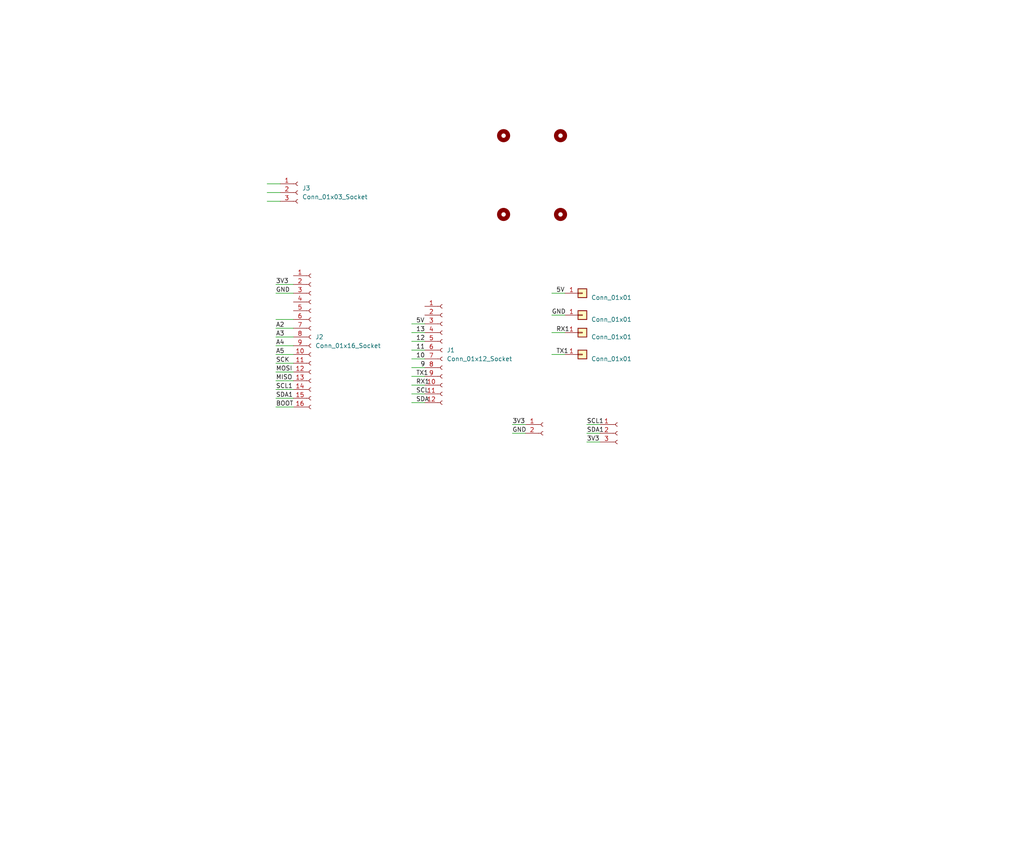
<source format=kicad_sch>
(kicad_sch (version 20250114) (generator "eeschema") (generator_version "9.0")
  (paper "User" 297.002 244.323)
  (lib_symbols
    (symbol "Connector:Conn_01x02_Female" (pin_names (offset 1.016) (hide yes))
      (property "Reference" "J" (at 0 2.54 0))
      (property "Value" "Conn_01x02_Female" (at 0 -5.08 0))
      (symbol "Conn_01x02_Female_1_1"
        (polyline (pts (xy -1.27 0) (xy -0.508 0)) (stroke (width 0.1524)))
        (polyline (pts (xy -1.27 -2.54) (xy -0.508 -2.54)) (stroke (width 0.1524)))
        (arc (start 0 -0.508) (mid -0.5058 0) (end 0 0.508) (stroke (width 0.1524)))
        (arc (start 0 -3.048) (mid -0.5058 -2.54) (end 0 -2.032) (stroke (width 0.1524)))
        (pin passive line (at -5.08 0 0) (length 3.81) (name "Pin_1") (number "1"))
        (pin passive line (at -5.08 -2.54 0) (length 3.81) (name "Pin_2") (number "2"))
      )
    )
    (symbol "Connector:Conn_01x03_Female" (pin_names (offset 1.016) (hide yes))
      (property "Reference" "J" (at 0 5.08 0))
      (property "Value" "Conn_01x03_Female" (at 0 -5.08 0))
      (symbol "Conn_01x03_Female_1_1"
        (polyline (pts (xy -1.27 2.54) (xy -0.508 2.54)) (stroke (width 0.1524)))
        (polyline (pts (xy -1.27 0) (xy -0.508 0)) (stroke (width 0.1524)))
        (polyline (pts (xy -1.27 -2.54) (xy -0.508 -2.54)) (stroke (width 0.1524)))
        (arc (start 0 2.032) (mid -0.5058 2.54) (end 0 3.048) (stroke (width 0.1524)))
        (arc (start 0 -0.508) (mid -0.5058 0) (end 0 0.508) (stroke (width 0.1524)))
        (arc (start 0 -3.048) (mid -0.5058 -2.54) (end 0 -2.032) (stroke (width 0.1524)))
        (pin passive line (at -5.08 2.54 0) (length 3.81) (name "Pin_1") (number "1"))
        (pin passive line (at -5.08 0 0) (length 3.81) (name "Pin_2") (number "2"))
        (pin passive line (at -5.08 -2.54 0) (length 3.81) (name "Pin_3") (number "3"))
      )
    )
    (symbol "Connector:Conn_01x03_Socket" (pin_names (offset 1.016) (hide yes))
      (property "Reference" "J" (at 0 5.08 0))
      (property "Value" "Conn_01x03_Socket" (at 0 -5.08 0))
      (symbol "Conn_01x03_Socket_1_1"
        (polyline (pts (xy -1.27 2.54) (xy -0.508 2.54)) (stroke (width 0.1524)))
        (polyline (pts (xy -1.27 0) (xy -0.508 0)) (stroke (width 0.1524)))
        (polyline (pts (xy -1.27 -2.54) (xy -0.508 -2.54)) (stroke (width 0.1524)))
        (arc (start 0 2.032) (mid -0.5058 2.54) (end 0 3.048) (stroke (width 0.1524)))
        (arc (start 0 -0.508) (mid -0.5058 0) (end 0 0.508) (stroke (width 0.1524)))
        (arc (start 0 -3.048) (mid -0.5058 -2.54) (end 0 -2.032) (stroke (width 0.1524)))
        (pin passive line (at -5.08 2.54 0) (length 3.81) (name "Pin_1") (number "1"))
        (pin passive line (at -5.08 0 0) (length 3.81) (name "Pin_2") (number "2"))
        (pin passive line (at -5.08 -2.54 0) (length 3.81) (name "Pin_3") (number "3"))
      )
    )
    (symbol "Connector:Conn_01x12_Socket" (pin_names (offset 1.016) (hide yes))
      (property "Reference" "J" (at 0 15.24 0))
      (property "Value" "Conn_01x12_Socket" (at 0 -17.78 0))
      (symbol "Conn_01x12_Socket_1_1"
        (polyline (pts (xy -1.27 12.7) (xy -0.508 12.7)) (stroke (width 0.1524)))
        (polyline (pts (xy -1.27 10.16) (xy -0.508 10.16)) (stroke (width 0.1524)))
        (polyline (pts (xy -1.27 7.62) (xy -0.508 7.62)) (stroke (width 0.1524)))
        (polyline (pts (xy -1.27 5.08) (xy -0.508 5.08)) (stroke (width 0.1524)))
        (polyline (pts (xy -1.27 2.54) (xy -0.508 2.54)) (stroke (width 0.1524)))
        (polyline (pts (xy -1.27 0) (xy -0.508 0)) (stroke (width 0.1524)))
        (polyline (pts (xy -1.27 -2.54) (xy -0.508 -2.54)) (stroke (width 0.1524)))
        (polyline (pts (xy -1.27 -5.08) (xy -0.508 -5.08)) (stroke (width 0.1524)))
        (polyline (pts (xy -1.27 -7.62) (xy -0.508 -7.62)) (stroke (width 0.1524)))
        (polyline (pts (xy -1.27 -10.16) (xy -0.508 -10.16)) (stroke (width 0.1524)))
        (polyline (pts (xy -1.27 -12.7) (xy -0.508 -12.7)) (stroke (width 0.1524)))
        (polyline (pts (xy -1.27 -15.24) (xy -0.508 -15.24)) (stroke (width 0.1524)))
        (arc (start 0 12.192) (mid -0.5058 12.7) (end 0 13.208) (stroke (width 0.1524)))
        (arc (start 0 9.652) (mid -0.5058 10.16) (end 0 10.668) (stroke (width 0.1524)))
        (arc (start 0 7.112) (mid -0.5058 7.62) (end 0 8.128) (stroke (width 0.1524)))
        (arc (start 0 4.572) (mid -0.5058 5.08) (end 0 5.588) (stroke (width 0.1524)))
        (arc (start 0 2.032) (mid -0.5058 2.54) (end 0 3.048) (stroke (width 0.1524)))
        (arc (start 0 -0.508) (mid -0.5058 0) (end 0 0.508) (stroke (width 0.1524)))
        (arc (start 0 -3.048) (mid -0.5058 -2.54) (end 0 -2.032) (stroke (width 0.1524)))
        (arc (start 0 -5.588) (mid -0.5058 -5.08) (end 0 -4.572) (stroke (width 0.1524)))
        (arc (start 0 -8.128) (mid -0.5058 -7.62) (end 0 -7.112) (stroke (width 0.1524)))
        (arc (start 0 -10.668) (mid -0.5058 -10.16) (end 0 -9.652) (stroke (width 0.1524)))
        (arc (start 0 -13.208) (mid -0.5058 -12.7) (end 0 -12.192) (stroke (width 0.1524)))
        (arc (start 0 -15.748) (mid -0.5058 -15.24) (end 0 -14.732) (stroke (width 0.1524)))
        (pin passive line (at -5.08 12.7 0) (length 3.81) (name "Pin_1") (number "1"))
        (pin passive line (at -5.08 10.16 0) (length 3.81) (name "Pin_2") (number "2"))
        (pin passive line (at -5.08 7.62 0) (length 3.81) (name "Pin_3") (number "3"))
        (pin passive line (at -5.08 5.08 0) (length 3.81) (name "Pin_4") (number "4"))
        (pin passive line (at -5.08 2.54 0) (length 3.81) (name "Pin_5") (number "5"))
        (pin passive line (at -5.08 0 0) (length 3.81) (name "Pin_6") (number "6"))
        (pin passive line (at -5.08 -2.54 0) (length 3.81) (name "Pin_7") (number "7"))
        (pin passive line (at -5.08 -5.08 0) (length 3.81) (name "Pin_8") (number "8"))
        (pin passive line (at -5.08 -7.62 0) (length 3.81) (name "Pin_9") (number "9"))
        (pin passive line (at -5.08 -10.16 0) (length 3.81) (name "Pin_10") (number "10"))
        (pin passive line (at -5.08 -12.7 0) (length 3.81) (name "Pin_11") (number "11"))
        (pin passive line (at -5.08 -15.24 0) (length 3.81) (name "Pin_12") (number "12"))
      )
    )
    (symbol "Connector:Conn_01x16_Socket" (pin_names (offset 1.016) (hide yes))
      (property "Reference" "J" (at 0 20.32 0))
      (property "Value" "Conn_01x16_Socket" (at 0 -22.86 0))
      (symbol "Conn_01x16_Socket_1_1"
        (polyline (pts (xy -1.27 17.78) (xy -0.508 17.78)) (stroke (width 0.1524)))
        (polyline (pts (xy -1.27 15.24) (xy -0.508 15.24)) (stroke (width 0.1524)))
        (polyline (pts (xy -1.27 12.7) (xy -0.508 12.7)) (stroke (width 0.1524)))
        (polyline (pts (xy -1.27 10.16) (xy -0.508 10.16)) (stroke (width 0.1524)))
        (polyline (pts (xy -1.27 7.62) (xy -0.508 7.62)) (stroke (width 0.1524)))
        (polyline (pts (xy -1.27 5.08) (xy -0.508 5.08)) (stroke (width 0.1524)))
        (polyline (pts (xy -1.27 2.54) (xy -0.508 2.54)) (stroke (width 0.1524)))
        (polyline (pts (xy -1.27 0) (xy -0.508 0)) (stroke (width 0.1524)))
        (polyline (pts (xy -1.27 -2.54) (xy -0.508 -2.54)) (stroke (width 0.1524)))
        (polyline (pts (xy -1.27 -5.08) (xy -0.508 -5.08)) (stroke (width 0.1524)))
        (polyline (pts (xy -1.27 -7.62) (xy -0.508 -7.62)) (stroke (width 0.1524)))
        (polyline (pts (xy -1.27 -10.16) (xy -0.508 -10.16)) (stroke (width 0.1524)))
        (polyline (pts (xy -1.27 -12.7) (xy -0.508 -12.7)) (stroke (width 0.1524)))
        (polyline (pts (xy -1.27 -15.24) (xy -0.508 -15.24)) (stroke (width 0.1524)))
        (polyline (pts (xy -1.27 -17.78) (xy -0.508 -17.78)) (stroke (width 0.1524)))
        (polyline (pts (xy -1.27 -20.32) (xy -0.508 -20.32)) (stroke (width 0.1524)))
        (arc (start 0 17.272) (mid -0.5058 17.78) (end 0 18.288) (stroke (width 0.1524)))
        (arc (start 0 14.732) (mid -0.5058 15.24) (end 0 15.748) (stroke (width 0.1524)))
        (arc (start 0 12.192) (mid -0.5058 12.7) (end 0 13.208) (stroke (width 0.1524)))
        (arc (start 0 9.652) (mid -0.5058 10.16) (end 0 10.668) (stroke (width 0.1524)))
        (arc (start 0 7.112) (mid -0.5058 7.62) (end 0 8.128) (stroke (width 0.1524)))
        (arc (start 0 4.572) (mid -0.5058 5.08) (end 0 5.588) (stroke (width 0.1524)))
        (arc (start 0 2.032) (mid -0.5058 2.54) (end 0 3.048) (stroke (width 0.1524)))
        (arc (start 0 -0.508) (mid -0.5058 0) (end 0 0.508) (stroke (width 0.1524)))
        (arc (start 0 -3.048) (mid -0.5058 -2.54) (end 0 -2.032) (stroke (width 0.1524)))
        (arc (start 0 -5.588) (mid -0.5058 -5.08) (end 0 -4.572) (stroke (width 0.1524)))
        (arc (start 0 -8.128) (mid -0.5058 -7.62) (end 0 -7.112) (stroke (width 0.1524)))
        (arc (start 0 -10.668) (mid -0.5058 -10.16) (end 0 -9.652) (stroke (width 0.1524)))
        (arc (start 0 -13.208) (mid -0.5058 -12.7) (end 0 -12.192) (stroke (width 0.1524)))
        (arc (start 0 -15.748) (mid -0.5058 -15.24) (end 0 -14.732) (stroke (width 0.1524)))
        (arc (start 0 -18.288) (mid -0.5058 -17.78) (end 0 -17.272) (stroke (width 0.1524)))
        (arc (start 0 -20.828) (mid -0.5058 -20.32) (end 0 -19.812) (stroke (width 0.1524)))
        (pin passive line (at -5.08 17.78 0) (length 3.81) (name "Pin_1") (number "1"))
        (pin passive line (at -5.08 15.24 0) (length 3.81) (name "Pin_2") (number "2"))
        (pin passive line (at -5.08 12.7 0) (length 3.81) (name "Pin_3") (number "3"))
        (pin passive line (at -5.08 10.16 0) (length 3.81) (name "Pin_4") (number "4"))
        (pin passive line (at -5.08 7.62 0) (length 3.81) (name "Pin_5") (number "5"))
        (pin passive line (at -5.08 5.08 0) (length 3.81) (name "Pin_6") (number "6"))
        (pin passive line (at -5.08 2.54 0) (length 3.81) (name "Pin_7") (number "7"))
        (pin passive line (at -5.08 0 0) (length 3.81) (name "Pin_8") (number "8"))
        (pin passive line (at -5.08 -2.54 0) (length 3.81) (name "Pin_9") (number "9"))
        (pin passive line (at -5.08 -5.08 0) (length 3.81) (name "Pin_10") (number "10"))
        (pin passive line (at -5.08 -7.62 0) (length 3.81) (name "Pin_11") (number "11"))
        (pin passive line (at -5.08 -10.16 0) (length 3.81) (name "Pin_12") (number "12"))
        (pin passive line (at -5.08 -12.7 0) (length 3.81) (name "Pin_13") (number "13"))
        (pin passive line (at -5.08 -15.24 0) (length 3.81) (name "Pin_14") (number "14"))
        (pin passive line (at -5.08 -17.78 0) (length 3.81) (name "Pin_15") (number "15"))
        (pin passive line (at -5.08 -20.32 0) (length 3.81) (name "Pin_16") (number "16"))
      )
    )
    (symbol "Connector_Generic:Conn_01x01" (pin_names (offset 1.016) (hide yes))
      (property "Reference" "J" (at 0 2.54 0))
      (property "Value" "Conn_01x01" (at 0 -2.54 0))
      (symbol "Conn_01x01_1_1"
        (rectangle (start -1.27 1.27) (end 1.27 -1.27) (stroke (width 0.254)) (fill (type background)))
        (rectangle (start -1.27 0.127) (end 0 -0.127) (stroke (width 0.1524)))
        (pin passive line (at -5.08 0 0) (length 3.81) (name "Pin_1") (number "1"))
      )
    )
    (symbol "Mechanical:MountingHole" (pin_names (offset 1.016))
      (property "Reference" "H" (at 0 5.08 0))
      (property "Value" "MountingHole" (at 0 3.175 0))
      (symbol "MountingHole_0_1"
        (circle (center 0 0) (radius 1.27) (stroke (width 1.27)))
      )
    )
  )
  (wire (pts (xy 80.01 102.87) (xy 85.09 102.87)))
  (wire (pts (xy 77.47 58.42) (xy 81.28 58.42)))
  (wire (pts (xy 80.01 97.79) (xy 85.09 97.79)))
  (wire (pts (xy 119.38 93.98) (xy 123.19 93.98)))
  (wire (pts (xy 119.38 106.68) (xy 123.19 106.68)))
  (wire (pts (xy 80.01 105.41) (xy 85.09 105.41)))
  (wire (pts (xy 80.01 85.09) (xy 85.09 85.09)))
  (wire (pts (xy 148.59 125.73) (xy 152.4 125.73)))
  (wire (pts (xy 160.02 91.44) (xy 163.83 91.44)))
  (wire (pts (xy 80.01 92.71) (xy 85.09 92.71)))
  (wire (pts (xy 160.02 102.87) (xy 163.83 102.87)))
  (wire (pts (xy 77.47 53.34) (xy 81.28 53.34)))
  (wire (pts (xy 80.01 110.49) (xy 85.09 110.49)))
  (wire (pts (xy 119.38 109.22) (xy 123.19 109.22)))
  (wire (pts (xy 80.01 107.95) (xy 85.09 107.95)))
  (wire (pts (xy 80.01 113.03) (xy 85.09 113.03)))
  (wire (pts (xy 160.02 96.52) (xy 163.83 96.52)))
  (wire (pts (xy 148.59 123.19) (xy 152.4 123.19)))
  (wire (pts (xy 80.01 115.57) (xy 85.09 115.57)))
  (wire (pts (xy 80.01 100.33) (xy 85.09 100.33)))
  (wire (pts (xy 170.18 123.19) (xy 173.99 123.19)))
  (wire (pts (xy 119.38 96.52) (xy 123.19 96.52)))
  (wire (pts (xy 170.18 125.73) (xy 173.99 125.73)))
  (wire (pts (xy 119.38 101.6) (xy 123.19 101.6)))
  (wire (pts (xy 119.38 104.14) (xy 123.19 104.14)))
  (wire (pts (xy 119.38 111.76) (xy 123.19 111.76)))
  (wire (pts (xy 80.01 82.55) (xy 85.09 82.55)))
  (wire (pts (xy 77.47 55.88) (xy 81.28 55.88)))
  (wire (pts (xy 119.38 114.3) (xy 123.19 114.3)))
  (wire (pts (xy 160.02 85.09) (xy 163.83 85.09)))
  (wire (pts (xy 170.18 128.27) (xy 173.99 128.27)))
  (wire (pts (xy 119.38 99.06) (xy 123.19 99.06)))
  (wire (pts (xy 80.01 118.11) (xy 85.09 118.11)))
  (wire (pts (xy 80.01 95.25) (xy 85.09 95.25)))
  (wire (pts (xy 119.38 116.84) (xy 123.19 116.84)))
  (label "SCK" (at 80.01 105.41 0))
  (label "SDA" (at 120.65 116.84 0))
  (label "A5" (at 80.01 102.87 0))
  (label "SCL1" (at 80.01 113.03 0))
  (label "3V3" (at 80.01 82.55 0))
  (label "SCL1" (at 170.18 123.19 0))
  (label "5V" (at 161.29 85.09 0))
  (label "MISO" (at 80.01 110.49 0))
  (label "RX1" (at 161.29 96.52 0))
  (label "GND" (at 80.01 85.09 0))
  (label "3V3" (at 148.59 123.19 0))
  (label "A3" (at 80.01 97.79 0))
  (label "3V3" (at 170.18 128.27 0))
  (label "RX1" (at 120.65 111.76 0))
  (label "13" (at 120.65 96.52 0))
  (label "GND" (at 160.02 91.44 0))
  (label "A2" (at 80.01 95.25 0))
  (label "12" (at 120.65 99.06 0))
  (label "A4" (at 80.01 100.33 0))
  (label "SDA1" (at 170.18 125.73 0))
  (label "SCL" (at 120.65 114.3 0))
  (label "TX1" (at 161.29 102.87 0))
  (label "GND" (at 148.59 125.73 0))
  (label "BOOT" (at 80.01 118.11 0))
  (label "SDA1" (at 80.01 115.57 0))
  (label "10" (at 120.65 104.14 0))
  (label "11" (at 120.65 101.6 0))
  (label "MOSI" (at 80.01 107.95 0))
  (label "TX1" (at 120.65 109.22 0))
  (label "5V" (at 120.65 93.98 0))
  (label "9" (at 121.92 106.68 0))
  (symbol (lib_id "Connector_Generic:Conn_01x01") (at 168.91 91.44 0) (unit 1)
    (property "Reference" "GND_PAD18" (effects (hide yes)))
    (property "Value" "Conn_01x01" (at 171.45 92.7099 0) (effects (justify left)))
    (property "Footprint" "Connector_Wire:SolderWirePad_1x01_SMD_5x10mm" (effects (hide yes)))
    (property "Description" "Generic connector, single row, 01x01, script generated (kicad-library-utils/schlib/autogen/connector/)" (effects (hide yes)))
  )
  (symbol (lib_id "Connector:Conn_01x03_Socket") (at 86.36 55.88 0) (unit 1)
    (property "Reference" "J3" (at 87.63 54.6099 0) (effects (justify left)))
    (property "Value" "Conn_01x03_Socket" (at 87.63 57.1499 0) (effects (justify left)))
    (property "Footprint" "Connector_PinSocket_2.54mm:PinSocket_1x03_P2.54mm_Vertical" (effects (hide yes)))
    (property "Description" "Generic connector, single row, 01x03, script generated" (effects (hide yes)))
  )
  (symbol (lib_id "Connector_Generic:Conn_01x01") (at 168.91 102.87 0) (unit 1)
    (property "Reference" "GND_PAD21" (effects (hide yes)))
    (property "Value" "Conn_01x01" (at 171.45 104.1399 0) (effects (justify left)))
    (property "Footprint" "Connector_Wire:SolderWirePad_1x01_SMD_5x10mm" (effects (hide yes)))
    (property "Description" "Generic connector, single row, 01x01, script generated (kicad-library-utils/schlib/autogen/connector/)" (effects (hide yes)))
  )
  (symbol (lib_id "Connector:Conn_01x16_Socket") (at 90.17 97.79 0) (unit 1)
    (property "Reference" "J2" (at 91.44 97.7899 0) (effects (justify left)))
    (property "Value" "Conn_01x16_Socket" (at 91.44 100.3299 0) (effects (justify left)))
    (property "Footprint" "Connector_PinSocket_2.54mm:PinSocket_1x16_P2.54mm_Vertical" (effects (hide yes)))
    (property "Description" "Generic connector, single row, 01x16, script generated" (effects (hide yes)))
  )
  (symbol (lib_id "Connector_Generic:Conn_01x01") (at 168.91 96.52 0) (unit 1)
    (property "Reference" "GND_PAD20" (effects (hide yes)))
    (property "Value" "Conn_01x01" (at 171.45 97.7899 0) (effects (justify left)))
    (property "Footprint" "Connector_Wire:SolderWirePad_1x01_SMD_5x10mm" (effects (hide yes)))
    (property "Description" "Generic connector, single row, 01x01, script generated (kicad-library-utils/schlib/autogen/connector/)" (effects (hide yes)))
  )
  (symbol (lib_id "Mechanical:MountingHole") (at 146.05 62.23 0) (unit 1)
    (property "Reference" "POST_3" (effects (hide yes)))
    (property "Value" "MountingHole" (effects (hide yes)))
    (property "Footprint" "MountingHole:MountingHole_2.2mm_M2" (effects (hide yes)))
    (property "Description" "Mounting Hole without connection" (effects (hide yes)))
  )
  (symbol (lib_id "Connector:Conn_01x02_Female") (at 157.48 123.19 0) (unit 1)
    (property "Reference" "PMW3901_PWR2" (effects (hide yes)))
    (property "Value" "Conn_01x02_Female" (effects (hide yes)))
    (property "Footprint" "Connector_PinHeader_2.54mm:PinHeader_1x02_P2.54mm_Vertical" (effects (hide yes)))
    (property "Description" "Generic connector, single row, 01x02, script generated (kicad-library-utils/schlib/autogen/connector/)" (effects (hide yes)))
  )
  (symbol (lib_id "Connector:Conn_01x03_Female") (at 179.07 125.73 0) (unit 1)
    (property "Reference" "Motor5" (effects (hide yes)))
    (property "Value" "Conn_01x03_Female" (effects (hide yes)))
    (property "Footprint" "Connector_PinHeader_2.54mm:PinHeader_1x03_P2.54mm_Vertical" (effects (hide yes)))
    (property "Description" "Generic connector, single row, 01x03, script generated (kicad-library-utils/schlib/autogen/connector/)" (effects (hide yes)))
  )
  (symbol (lib_id "Mechanical:MountingHole") (at 162.56 62.23 0) (unit 1)
    (property "Reference" "POST_1" (effects (hide yes)))
    (property "Value" "MountingHole" (effects (hide yes)))
    (property "Footprint" "MountingHole:MountingHole_2.2mm_M2" (effects (hide yes)))
    (property "Description" "Mounting Hole without connection" (effects (hide yes)))
  )
  (symbol (lib_id "Mechanical:MountingHole") (at 146.05 39.37 0) (unit 1)
    (property "Reference" "POST_4" (effects (hide yes)))
    (property "Value" "MountingHole" (effects (hide yes)))
    (property "Footprint" "MountingHole:MountingHole_2.2mm_M2" (effects (hide yes)))
    (property "Description" "Mounting Hole without connection" (effects (hide yes)))
  )
  (symbol (lib_id "Connector:Conn_01x12_Socket") (at 128.27 101.6 0) (unit 1)
    (property "Reference" "J1" (at 129.54 101.5999 0) (effects (justify left)))
    (property "Value" "Conn_01x12_Socket" (at 129.54 104.1399 0) (effects (justify left)))
    (property "Footprint" "Connector_PinSocket_2.54mm:PinSocket_1x14_P2.54mm_Vertical" (effects (hide yes)))
    (property "Description" "Generic connector, single row, 01x12, script generated" (effects (hide yes)))
  )
  (symbol (lib_id "Connector_Generic:Conn_01x01") (at 168.91 85.09 0) (unit 1)
    (property "Reference" "GND_PAD19" (effects (hide yes)))
    (property "Value" "Conn_01x01" (at 171.45 86.3599 0) (effects (justify left)))
    (property "Footprint" "Connector_Wire:SolderWirePad_1x01_SMD_5x10mm" (effects (hide yes)))
    (property "Description" "Generic connector, single row, 01x01, script generated (kicad-library-utils/schlib/autogen/connector/)" (effects (hide yes)))
  )
  (symbol (lib_id "Mechanical:MountingHole") (at 162.56 39.37 0) (unit 1)
    (property "Reference" "POST_2" (effects (hide yes)))
    (property "Value" "MountingHole" (effects (hide yes)))
    (property "Footprint" "MountingHole:MountingHole_2.2mm_M2" (effects (hide yes)))
    (property "Description" "Mounting Hole without connection" (effects (hide yes)))
  )
)
</source>
